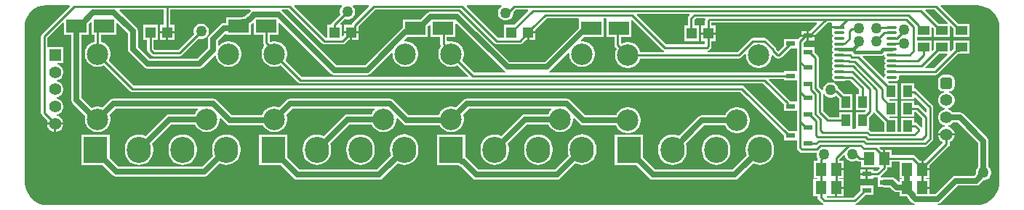
<source format=gbr>
G04*
G04 #@! TF.GenerationSoftware,Altium Limited,Altium Designer,23.0.1 (38)*
G04*
G04 Layer_Physical_Order=1*
G04 Layer_Color=255*
%FSLAX25Y25*%
%MOIN*%
G70*
G04*
G04 #@! TF.SameCoordinates,3E06254A-0F58-42D6-91FB-0DF0C2053515*
G04*
G04*
G04 #@! TF.FilePolarity,Positive*
G04*
G01*
G75*
%ADD10C,0.01000*%
%ADD17R,0.04724X0.05118*%
%ADD18R,0.04134X0.05315*%
%ADD19R,0.04724X0.01417*%
%ADD20O,0.04724X0.01417*%
%ADD21R,0.09252X0.06102*%
%ADD22R,0.05315X0.04134*%
%ADD23R,0.03937X0.02362*%
%ADD24R,0.04724X0.05906*%
%ADD40C,0.02500*%
%ADD41C,0.01500*%
%ADD42R,0.11000X0.12000*%
%ADD43O,0.11000X0.12000*%
%ADD44C,0.09843*%
%ADD45C,0.05512*%
G04:AMPARAMS|DCode=46|XSize=55.12mil|YSize=55.12mil|CornerRadius=13.78mil|HoleSize=0mil|Usage=FLASHONLY|Rotation=270.000|XOffset=0mil|YOffset=0mil|HoleType=Round|Shape=RoundedRectangle|*
%AMROUNDEDRECTD46*
21,1,0.05512,0.02756,0,0,270.0*
21,1,0.02756,0.05512,0,0,270.0*
1,1,0.02756,-0.01378,-0.01378*
1,1,0.02756,-0.01378,0.01378*
1,1,0.02756,0.01378,0.01378*
1,1,0.02756,0.01378,-0.01378*
%
%ADD46ROUNDEDRECTD46*%
%ADD47R,0.05512X0.05512*%
%ADD48C,0.05000*%
G36*
X490346Y507009D02*
X482778Y499441D01*
X482447Y498945D01*
X482370Y498559D01*
X478815D01*
Y495500D01*
X482177D01*
X485539D01*
Y497877D01*
X493133Y505471D01*
X532367D01*
X547978Y489859D01*
X548474Y489528D01*
X549059Y489411D01*
X559476D01*
X560062Y489528D01*
X560558Y489859D01*
X562139Y491441D01*
X562839D01*
Y495000D01*
X563339D01*
Y495500D01*
X566701D01*
Y496199D01*
X571972Y501471D01*
X586380D01*
X586575Y501051D01*
Y496914D01*
X586435Y496821D01*
X570987Y481373D01*
X554717D01*
X532166Y503923D01*
X531422Y504421D01*
X530544Y504595D01*
X518741D01*
X517863Y504421D01*
X517119Y503923D01*
X514649Y501453D01*
X514153Y501122D01*
X514082Y501051D01*
X506075D01*
Y497249D01*
X505435Y496821D01*
X488487Y479873D01*
X475530D01*
X450479Y504923D01*
X450409Y504971D01*
X450560Y505471D01*
X453367D01*
X468978Y489859D01*
X469474Y489528D01*
X470059Y489411D01*
X478315D01*
X478900Y489528D01*
X479396Y489859D01*
X480978Y491441D01*
X481677D01*
Y494500D01*
X478815D01*
Y493604D01*
X478324Y493113D01*
X477862Y493304D01*
Y498559D01*
X477375D01*
X477184Y499021D01*
X479348Y501185D01*
X480039Y501000D01*
X480961D01*
X481851Y501238D01*
X482649Y501699D01*
X483301Y502351D01*
X483762Y503149D01*
X484000Y504039D01*
Y504961D01*
X483762Y505851D01*
X483301Y506649D01*
X482979Y506971D01*
X483186Y507471D01*
X490154D01*
X490346Y507009D01*
D02*
G37*
G36*
X755718Y499368D02*
X755526Y498906D01*
X751505D01*
X745402Y505009D01*
X745594Y505471D01*
X749614D01*
X755718Y499368D01*
D02*
G37*
G36*
X436190Y504971D02*
X436119Y504923D01*
X434801Y503605D01*
X434680Y503425D01*
X433351Y502095D01*
X432502D01*
X432280Y502051D01*
X425075D01*
Y499282D01*
X423789D01*
X422911Y499108D01*
X422167Y498610D01*
X417207Y493650D01*
X416709Y492906D01*
X416535Y492028D01*
Y487779D01*
X411628Y482873D01*
X389872D01*
X384429Y488316D01*
Y495524D01*
X384254Y496402D01*
X383757Y497146D01*
X375894Y505009D01*
X376085Y505471D01*
X396309D01*
Y498559D01*
X394476D01*
Y495500D01*
X397839D01*
Y495000D01*
D01*
Y495500D01*
X401201D01*
Y498559D01*
X399368D01*
Y505471D01*
X436038D01*
X436190Y504971D01*
D02*
G37*
G36*
X771011Y507302D02*
X772946Y506715D01*
X774728Y505762D01*
X776291Y504480D01*
X777573Y502917D01*
X778526Y501135D01*
X779113Y499200D01*
X779299Y497305D01*
X779269Y497153D01*
X779359Y426386D01*
X779368Y426340D01*
X779238Y424687D01*
X778840Y423029D01*
X778187Y421453D01*
X777295Y419998D01*
X776187Y418701D01*
X774890Y417593D01*
X773436Y416701D01*
X771860Y416049D01*
X770201Y415650D01*
X768546Y415520D01*
X768500Y415529D01*
X751012D01*
X750963Y416029D01*
X751709Y416178D01*
X752453Y416675D01*
X760196Y424418D01*
X768536D01*
X769413Y424593D01*
X770158Y425090D01*
X772067Y427000D01*
X772461D01*
X773351Y427239D01*
X774149Y427699D01*
X774801Y428351D01*
X775261Y429149D01*
X775500Y430039D01*
Y430961D01*
X775261Y431851D01*
X774801Y432649D01*
X774294Y433156D01*
Y445000D01*
X774119Y445878D01*
X773622Y446622D01*
X762748Y457496D01*
X762004Y457994D01*
X761126Y458168D01*
X758012D01*
X758006Y458180D01*
X757306Y458880D01*
X756450Y459374D01*
X755785Y459552D01*
Y460070D01*
X756450Y460248D01*
X757306Y460743D01*
X758006Y461442D01*
X758500Y462298D01*
X758756Y463254D01*
Y464243D01*
X758500Y465198D01*
X758006Y466054D01*
X757306Y466753D01*
X756450Y467248D01*
X756182Y467320D01*
X756248Y467820D01*
X756378D01*
X757306Y468004D01*
X758092Y468530D01*
X758618Y469316D01*
X758803Y470244D01*
Y473000D01*
X758618Y473928D01*
X758092Y474714D01*
X757306Y475240D01*
X756378Y475424D01*
X753622D01*
X752694Y475240D01*
X751908Y474714D01*
X751382Y473928D01*
X751197Y473000D01*
Y470244D01*
X751382Y469316D01*
X751908Y468530D01*
X752694Y468004D01*
X753622Y467820D01*
X753752D01*
X753818Y467320D01*
X753550Y467248D01*
X752694Y466753D01*
X751995Y466054D01*
X751500Y465198D01*
X751244Y464243D01*
Y463254D01*
X751500Y462298D01*
X751995Y461442D01*
X752694Y460743D01*
X753550Y460248D01*
X754215Y460070D01*
Y459552D01*
X753550Y459374D01*
X752694Y458880D01*
X751995Y458180D01*
X751500Y457324D01*
X751244Y456368D01*
Y455380D01*
X751500Y454424D01*
X751995Y453568D01*
X752694Y452869D01*
X753550Y452374D01*
X754215Y452196D01*
Y451678D01*
X753550Y451500D01*
X752694Y451006D01*
X751995Y450306D01*
X751500Y449450D01*
X751246Y448500D01*
X755000D01*
X758754D01*
X758500Y449450D01*
X758006Y450306D01*
X757306Y451006D01*
X756450Y451500D01*
X755785Y451678D01*
Y452196D01*
X756450Y452374D01*
X757306Y452869D01*
X758006Y453568D01*
X758012Y453580D01*
X760176D01*
X769706Y444050D01*
Y433156D01*
X769199Y432649D01*
X768739Y431851D01*
X768500Y430961D01*
Y430039D01*
X768525Y429946D01*
X767585Y429006D01*
X759246D01*
X758368Y428832D01*
X757624Y428335D01*
X749881Y420591D01*
X747405D01*
Y423000D01*
X744043D01*
Y424000D01*
X747405D01*
Y427453D01*
X745529D01*
Y428047D01*
X747362D01*
Y431500D01*
X744000D01*
Y432000D01*
X743500D01*
Y435953D01*
X742801D01*
X740672Y438081D01*
X740176Y438413D01*
X739591Y438529D01*
X729862D01*
Y440953D01*
X727000D01*
Y437000D01*
X726000D01*
Y440953D01*
X725301D01*
X724402Y441851D01*
X724594Y442313D01*
X745323D01*
X745908Y442430D01*
X746404Y442761D01*
X748581Y444938D01*
X748913Y445434D01*
X749029Y446020D01*
Y460500D01*
X748913Y461085D01*
X748582Y461581D01*
X741401Y468762D01*
X740905Y469093D01*
X740406Y469193D01*
Y471658D01*
X734272D01*
Y464342D01*
X740406D01*
Y464778D01*
X740868Y464970D01*
X745971Y459867D01*
Y458346D01*
X745509Y458154D01*
X742581Y461081D01*
X742085Y461413D01*
X741500Y461529D01*
X740406D01*
Y463658D01*
X734272D01*
Y456343D01*
X740406D01*
Y458376D01*
X740906Y458432D01*
X743971Y455367D01*
Y451360D01*
X743889Y451304D01*
X743210Y451432D01*
X743167Y451496D01*
X741581Y453081D01*
X741085Y453413D01*
X740500Y453529D01*
X740406D01*
Y455657D01*
X734272D01*
Y449372D01*
X732728D01*
Y455657D01*
X728965D01*
X728824Y455842D01*
X729073Y456343D01*
X732728D01*
Y463658D01*
X728965D01*
X728824Y463842D01*
X729073Y464342D01*
X732728D01*
Y471658D01*
X728757D01*
X728326Y472089D01*
X728541Y472581D01*
X731653D01*
X732320Y472713D01*
X732885Y473091D01*
X733263Y473656D01*
X733396Y474323D01*
X733290Y474852D01*
X733576Y475352D01*
X749882D01*
X750467Y475469D01*
X750963Y475800D01*
X760228Y485065D01*
X760433D01*
X760581Y485094D01*
X765658D01*
Y491228D01*
X758343D01*
Y487505D01*
X757119Y486282D01*
X756658Y486474D01*
Y491228D01*
X749342D01*
Y487257D01*
X748619Y486534D01*
X748158Y486726D01*
Y491228D01*
X741529D01*
Y492772D01*
X748158D01*
Y497274D01*
X748619Y497466D01*
X749342Y496743D01*
Y492772D01*
X756658D01*
Y497774D01*
X757119Y497966D01*
X758343Y496743D01*
Y492772D01*
X765658D01*
Y498906D01*
X760505D01*
X752402Y507009D01*
X752594Y507471D01*
X769000D01*
X769098Y507490D01*
X771011Y507302D01*
D02*
G37*
G36*
X478021Y506971D02*
X477699Y506649D01*
X477239Y505851D01*
X477000Y504961D01*
Y504039D01*
X477185Y503348D01*
X473419Y499581D01*
X473087Y499085D01*
X472982Y498559D01*
X471138D01*
Y492602D01*
X470638Y492525D01*
X456154Y507009D01*
X456346Y507471D01*
X477814D01*
X478021Y506971D01*
D02*
G37*
G36*
X551145D02*
X550851Y506801D01*
X550199Y506149D01*
X549739Y505351D01*
X549500Y504461D01*
Y503539D01*
X549739Y502649D01*
X550199Y501851D01*
X550851Y501199D01*
X551649Y500738D01*
X552539Y500500D01*
X553461D01*
X554351Y500738D01*
X555149Y501199D01*
X555801Y501851D01*
X556261Y502649D01*
X556500Y503539D01*
Y504337D01*
X557633Y505471D01*
X563119D01*
X563310Y505009D01*
X556861Y498559D01*
X552299D01*
Y492470D01*
X549693D01*
X535154Y507009D01*
X535346Y507471D01*
X551011D01*
X551145Y506971D01*
D02*
G37*
G36*
X624919Y486919D02*
X625415Y486587D01*
X625704Y486529D01*
X625655Y486029D01*
X614733D01*
X614694Y486227D01*
X614247Y487305D01*
X613599Y488275D01*
X612775Y489099D01*
X611805Y489747D01*
X610727Y490194D01*
X609583Y490421D01*
X608417D01*
X607273Y490194D01*
X606313Y489796D01*
X605974Y489963D01*
X605829Y490104D01*
Y492949D01*
X610425D01*
Y500705D01*
X610925Y500912D01*
X624919Y486919D01*
D02*
G37*
G36*
X599173Y501051D02*
Y492949D01*
X602770D01*
Y489201D01*
X602886Y488616D01*
X603218Y488119D01*
X603865Y487472D01*
X603753Y487305D01*
X603306Y486227D01*
X603079Y485083D01*
Y483917D01*
X603306Y482773D01*
X603753Y481695D01*
X604401Y480725D01*
X605225Y479901D01*
X606195Y479253D01*
X607273Y478806D01*
X608417Y478579D01*
X609583D01*
X610727Y478806D01*
X611805Y479253D01*
X612775Y479901D01*
X613599Y480725D01*
X614247Y481695D01*
X614694Y482773D01*
X614733Y482971D01*
X659919D01*
X660504Y483087D01*
X661000Y483419D01*
X662579Y484997D01*
X663079Y484790D01*
Y483917D01*
X663306Y482773D01*
X663753Y481695D01*
X664401Y480725D01*
X665225Y479901D01*
X666195Y479253D01*
X667273Y478806D01*
X668417Y478579D01*
X669583D01*
X670727Y478806D01*
X671805Y479253D01*
X672775Y479901D01*
X673599Y480725D01*
X674247Y481695D01*
X674694Y482773D01*
X674921Y483917D01*
Y484320D01*
X675383Y484511D01*
X676476Y483419D01*
X676972Y483087D01*
X677557Y482971D01*
X678386D01*
X678971Y483087D01*
X679467Y483419D01*
X683608Y487559D01*
X686502D01*
Y481612D01*
X686439Y481295D01*
Y477181D01*
X680594D01*
Y476529D01*
X573022D01*
X572920Y477029D01*
X573559Y477457D01*
X581579Y485476D01*
X582079Y485269D01*
Y484417D01*
X582306Y483273D01*
X582753Y482195D01*
X583401Y481225D01*
X584225Y480401D01*
X585195Y479753D01*
X586273Y479306D01*
X587417Y479079D01*
X588583D01*
X589727Y479306D01*
X590805Y479753D01*
X591775Y480401D01*
X592599Y481225D01*
X593247Y482195D01*
X593694Y483273D01*
X593921Y484417D01*
Y485583D01*
X593694Y486727D01*
X593247Y487805D01*
X592599Y488775D01*
X591775Y489599D01*
X590805Y490247D01*
X589727Y490694D01*
X588583Y490921D01*
X587731D01*
X587524Y491421D01*
X589007Y492905D01*
X590400D01*
X590621Y492949D01*
X597827D01*
Y501051D01*
X598021Y501471D01*
X598979D01*
X599173Y501051D01*
D02*
G37*
G36*
X755470Y484632D02*
X749248Y478411D01*
X745475D01*
X745284Y478873D01*
X751505Y485094D01*
X755278D01*
X755470Y484632D01*
D02*
G37*
G36*
X552144Y477457D02*
X552784Y477029D01*
X552682Y476529D01*
X538633D01*
X533135Y482028D01*
X533247Y482195D01*
X533694Y483273D01*
X533921Y484417D01*
Y485583D01*
X533694Y486727D01*
X533247Y487805D01*
X532599Y488775D01*
X531775Y489599D01*
X530805Y490247D01*
X529727Y490694D01*
X528583Y490921D01*
X527417D01*
X526529Y490745D01*
X526029Y491087D01*
Y492949D01*
X529925D01*
Y499022D01*
X530387Y499214D01*
X552144Y477457D01*
D02*
G37*
G36*
X472957Y475957D02*
X473702Y475459D01*
X474580Y475285D01*
X489437D01*
X490315Y475459D01*
X491059Y475957D01*
X500579Y485476D01*
X501079Y485269D01*
Y484417D01*
X501306Y483273D01*
X501753Y482195D01*
X502401Y481225D01*
X503225Y480401D01*
X504195Y479753D01*
X505273Y479306D01*
X506417Y479079D01*
X507583D01*
X508727Y479306D01*
X509805Y479753D01*
X510775Y480401D01*
X511599Y481225D01*
X512247Y482195D01*
X512694Y483273D01*
X512921Y484417D01*
Y485583D01*
X512694Y486727D01*
X512247Y487805D01*
X511599Y488775D01*
X510775Y489599D01*
X509805Y490247D01*
X508727Y490694D01*
X507583Y490921D01*
X506731D01*
X506524Y491421D01*
X508007Y492905D01*
X509900D01*
X510121Y492949D01*
X517327D01*
Y497720D01*
X517562Y497878D01*
X518211Y498527D01*
X518673Y498336D01*
Y492949D01*
X522971D01*
Y489581D01*
X523087Y488996D01*
X523318Y488651D01*
X522753Y487805D01*
X522306Y486727D01*
X522079Y485583D01*
Y484417D01*
X522306Y483273D01*
X522753Y482195D01*
X523401Y481225D01*
X524225Y480401D01*
X525195Y479753D01*
X526273Y479306D01*
X527417Y479079D01*
X528583D01*
X529727Y479306D01*
X530805Y479753D01*
X530972Y479865D01*
X535846Y474991D01*
X535654Y474529D01*
X459633D01*
X452135Y482028D01*
X452247Y482195D01*
X452694Y483273D01*
X452921Y484417D01*
Y485583D01*
X452694Y486727D01*
X452247Y487805D01*
X451599Y488775D01*
X450775Y489599D01*
X449805Y490247D01*
X448727Y490694D01*
X447583Y490921D01*
X446417D01*
X445273Y490694D01*
X445185Y490657D01*
X444829Y491014D01*
Y493949D01*
X448925D01*
Y499336D01*
X449387Y499527D01*
X472957Y475957D01*
D02*
G37*
G36*
X726448Y484618D02*
X726613Y484515D01*
X726737Y483892D01*
X726881Y483677D01*
X727090Y483280D01*
X726881Y482882D01*
X726737Y482667D01*
X726604Y482000D01*
X726737Y481333D01*
X726881Y481118D01*
X727090Y480721D01*
X726881Y480323D01*
X726737Y480108D01*
X726604Y479441D01*
X726737Y478774D01*
X727115Y478209D01*
Y478114D01*
X726737Y477549D01*
X726604Y476882D01*
X726737Y476215D01*
X726881Y476000D01*
X727090Y475602D01*
X726881Y475205D01*
X726737Y474990D01*
X726637Y474485D01*
X726144Y474271D01*
X716661Y483754D01*
X716852Y484216D01*
X724868D01*
X725551Y484351D01*
X726130Y484738D01*
X726130Y484739D01*
X726448Y484618D01*
D02*
G37*
G36*
X680594Y472819D02*
X686439D01*
Y467421D01*
Y463181D01*
X683422D01*
X683176Y463550D01*
X673717Y473009D01*
X673909Y473471D01*
X680594D01*
Y472819D01*
D02*
G37*
G36*
X637310Y503009D02*
X636919Y502617D01*
X636587Y502121D01*
X636471Y501535D01*
Y498059D01*
X634799D01*
Y490941D01*
X641524D01*
Y498059D01*
X639529D01*
Y500902D01*
X640098Y501471D01*
X644165D01*
X644421Y501058D01*
X644420Y500971D01*
X644309Y500414D01*
Y498059D01*
X642476D01*
Y495000D01*
X645839D01*
X649201D01*
Y498059D01*
X647368D01*
Y499471D01*
X695461D01*
X695653Y499009D01*
X692306Y495661D01*
X692000D01*
Y493980D01*
X694950D01*
X700441Y499471D01*
X702399D01*
X702622Y499063D01*
Y497854D01*
X705984D01*
Y496854D01*
X702622D01*
Y495646D01*
X702622Y495646D01*
X702622D01*
X702658Y495146D01*
X702589Y494795D01*
X702721Y494129D01*
X703099Y493564D01*
Y493468D01*
X702721Y492903D01*
X702589Y492236D01*
X702721Y491570D01*
X702865Y491354D01*
X703074Y490957D01*
X702865Y490559D01*
X702721Y490344D01*
X702589Y489677D01*
X702721Y489010D01*
X702865Y488795D01*
X703074Y488398D01*
X702865Y488000D01*
X702721Y487785D01*
X702589Y487118D01*
X702721Y486451D01*
X703099Y485886D01*
Y485791D01*
X702721Y485226D01*
X702589Y484559D01*
X702721Y483892D01*
X702865Y483677D01*
X703074Y483280D01*
X702865Y482882D01*
X702721Y482667D01*
X702589Y482000D01*
X702721Y481333D01*
X702865Y481118D01*
X703074Y480721D01*
X702865Y480323D01*
X702721Y480108D01*
X702589Y479441D01*
X702721Y478774D01*
X703099Y478209D01*
Y478114D01*
X702721Y477549D01*
X702589Y476882D01*
X702721Y476215D01*
X702865Y476000D01*
X703074Y475602D01*
X702865Y475205D01*
X702721Y474990D01*
X702589Y474323D01*
X702721Y473656D01*
X703099Y473091D01*
X703664Y472713D01*
X704331Y472581D01*
X707638D01*
X708305Y472713D01*
X708425Y472793D01*
X711044D01*
X714971Y468866D01*
Y466657D01*
X713433D01*
Y459342D01*
X717882D01*
X718089Y458843D01*
X717404Y458157D01*
X713433D01*
Y450843D01*
X713063Y450529D01*
X712260D01*
X711890Y450843D01*
Y458157D01*
X705756D01*
Y456029D01*
X701274D01*
X698435Y458869D01*
Y466675D01*
X698935Y466809D01*
X699199Y466351D01*
X699851Y465699D01*
X700649Y465239D01*
X701539Y465000D01*
X702461D01*
X703351Y465239D01*
X704149Y465699D01*
X704350Y465900D01*
X705756Y464495D01*
Y459342D01*
X711890D01*
Y466657D01*
X707919D01*
X705760Y468816D01*
X705490Y468996D01*
X705262Y469851D01*
X704801Y470649D01*
X704149Y471301D01*
X703351Y471762D01*
X702461Y472000D01*
X701539D01*
X700649Y471762D01*
X699851Y471301D01*
X699199Y470649D01*
X698738Y469851D01*
X698500Y468961D01*
Y468585D01*
X698000Y468433D01*
X697987Y468453D01*
X696435Y470005D01*
Y483382D01*
X696318Y483967D01*
X695987Y484463D01*
X694468Y485982D01*
Y488181D01*
X689561D01*
Y490166D01*
X690694Y491299D01*
X691000D01*
Y492980D01*
X688050D01*
X687064Y491995D01*
X686594Y491921D01*
X686594Y491921D01*
X686594Y491921D01*
X680657D01*
Y488935D01*
X677972Y486249D01*
X676923Y487297D01*
X676834Y487745D01*
X676503Y488241D01*
X672741Y492003D01*
X672245Y492334D01*
X671660Y492451D01*
X666340D01*
X665755Y492334D01*
X665259Y492003D01*
X659285Y486029D01*
X645598D01*
X645548Y486529D01*
X645838Y486587D01*
X646334Y486919D01*
X646920Y487504D01*
X647252Y488000D01*
X647368Y488586D01*
Y490941D01*
X649201D01*
Y494000D01*
X645839D01*
X642476D01*
Y490941D01*
X644309D01*
Y489529D01*
X626634D01*
X613154Y503009D01*
X613346Y503471D01*
X637119D01*
X637310Y503009D01*
D02*
G37*
G36*
X379841Y494573D02*
Y487365D01*
X380015Y486487D01*
X380512Y485743D01*
X387299Y478957D01*
X388043Y478459D01*
X388921Y478285D01*
X412579D01*
X413457Y478459D01*
X414201Y478957D01*
X419594Y484350D01*
X420127Y484175D01*
X420306Y483273D01*
X420753Y482195D01*
X421401Y481225D01*
X422225Y480401D01*
X423195Y479753D01*
X424273Y479306D01*
X425417Y479079D01*
X426583D01*
X427727Y479306D01*
X428805Y479753D01*
X429775Y480401D01*
X430599Y481225D01*
X431247Y482195D01*
X431694Y483273D01*
X431921Y484417D01*
Y485583D01*
X431694Y486727D01*
X431247Y487805D01*
X430599Y488775D01*
X429775Y489599D01*
X428805Y490247D01*
X427727Y490694D01*
X426583Y490921D01*
X425417D01*
X424273Y490694D01*
X423195Y490247D01*
X422225Y489599D01*
X421623Y488997D01*
X421123Y489204D01*
Y491077D01*
X424575Y494529D01*
X425075Y494322D01*
Y493949D01*
X436327D01*
Y498583D01*
X437211Y499467D01*
X437673Y499276D01*
Y493949D01*
X441770D01*
Y490380D01*
X441886Y489795D01*
X442218Y489299D01*
X442571Y488945D01*
X442401Y488775D01*
X441753Y487805D01*
X441306Y486727D01*
X441079Y485583D01*
Y484417D01*
X441306Y483273D01*
X441753Y482195D01*
X442401Y481225D01*
X443225Y480401D01*
X444195Y479753D01*
X445273Y479306D01*
X446417Y479079D01*
X447583D01*
X448727Y479306D01*
X449805Y479753D01*
X449972Y479865D01*
X457919Y471919D01*
X458415Y471587D01*
X459000Y471471D01*
X670929D01*
X680565Y461835D01*
Y461681D01*
X680594Y461533D01*
Y458819D01*
X686439D01*
Y453921D01*
Y449681D01*
X682757D01*
X662357Y470081D01*
X661861Y470413D01*
X661276Y470529D01*
X382633D01*
X371135Y482028D01*
X371247Y482195D01*
X371694Y483273D01*
X371921Y484417D01*
Y485583D01*
X371694Y486727D01*
X371247Y487805D01*
X370599Y488775D01*
X369775Y489599D01*
X368805Y490247D01*
X367727Y490694D01*
X367529Y490733D01*
Y493949D01*
X374425D01*
Y499336D01*
X374887Y499527D01*
X379841Y494573D01*
D02*
G37*
G36*
X726594Y453495D02*
Y449372D01*
X720426D01*
X719717Y450081D01*
X719326Y450343D01*
X719429Y450843D01*
X719567D01*
Y455995D01*
X721148Y457576D01*
X721431Y458000D01*
X721661Y458080D01*
X721994Y458095D01*
X726594Y453495D01*
D02*
G37*
G36*
X708553Y438340D02*
X708739Y437649D01*
X709199Y436851D01*
X709851Y436199D01*
X710649Y435739D01*
X711539Y435500D01*
X712461D01*
X713351Y435739D01*
X713877Y436042D01*
X714001Y435919D01*
X714497Y435587D01*
X715082Y435471D01*
X716051D01*
Y433047D01*
X722775D01*
X722775Y433047D01*
X723138D01*
Y433047D01*
X723275Y433047D01*
X724231D01*
X724422Y432585D01*
X723107Y431270D01*
X721531D01*
Y431921D01*
X719063D01*
Y429740D01*
Y427559D01*
X721531D01*
Y428211D01*
X722981D01*
X723468Y428181D01*
X723468Y427794D01*
Y423819D01*
X725869D01*
X726437Y423706D01*
X729050D01*
X730687Y422069D01*
X731431Y421572D01*
X732309Y421397D01*
X733595D01*
Y419547D01*
X736972D01*
X737195Y419325D01*
X737312Y418737D01*
X737809Y417993D01*
X739127Y416675D01*
X739871Y416178D01*
X740617Y416029D01*
X740568Y415529D01*
X713361D01*
X713311Y416029D01*
X713601Y416087D01*
X714097Y416419D01*
X717757Y420079D01*
X721531D01*
Y424441D01*
X715594D01*
Y422242D01*
X712382Y419029D01*
X700096D01*
X700084Y419047D01*
X700351Y419547D01*
X700775D01*
Y419547D01*
X701138D01*
Y419547D01*
X704000D01*
Y423500D01*
X704500D01*
Y424000D01*
X707862D01*
Y427453D01*
X706073D01*
Y428047D01*
X707906D01*
Y431500D01*
X704543D01*
Y432500D01*
X707906D01*
Y435953D01*
X706073D01*
Y436567D01*
X708032Y438526D01*
X708553Y438340D01*
D02*
G37*
G36*
X733551Y428047D02*
X734609D01*
Y427453D01*
X733595D01*
Y426357D01*
X733095Y426150D01*
X731622Y427622D01*
X730878Y428119D01*
X730000Y428294D01*
X726437D01*
X725869Y428181D01*
X725007D01*
X724850Y428585D01*
X724844Y428681D01*
X727581Y431419D01*
X727913Y431915D01*
X728029Y432500D01*
Y433047D01*
X729862D01*
Y435471D01*
X733551D01*
Y428047D01*
D02*
G37*
G36*
X342500Y507471D02*
X353057D01*
X353248Y507009D01*
X340419Y494179D01*
X340087Y493683D01*
X339971Y493098D01*
Y458004D01*
X340087Y457419D01*
X340419Y456923D01*
X342976Y454365D01*
X342746Y453504D01*
X346500D01*
X350254D01*
X350000Y454454D01*
X349505Y455310D01*
X348806Y456009D01*
X347950Y456504D01*
X347285Y456682D01*
Y457200D01*
X347950Y457378D01*
X348806Y457872D01*
X349505Y458572D01*
X350000Y459428D01*
X350256Y460384D01*
Y461373D01*
X350000Y462328D01*
X349505Y463184D01*
X348806Y463883D01*
X347950Y464378D01*
X347285Y464556D01*
Y465074D01*
X347950Y465252D01*
X348806Y465746D01*
X349505Y466446D01*
X350000Y467302D01*
X350256Y468258D01*
Y469246D01*
X350000Y470202D01*
X349505Y471058D01*
X348806Y471758D01*
X347950Y472252D01*
X347285Y472430D01*
Y472948D01*
X347950Y473126D01*
X348806Y473621D01*
X349505Y474320D01*
X350000Y475176D01*
X350256Y476131D01*
Y477120D01*
X350000Y478076D01*
X349505Y478932D01*
X348806Y479632D01*
X347950Y480126D01*
X347509Y480244D01*
X347575Y480744D01*
X350256D01*
Y488256D01*
X343029D01*
Y492464D01*
X350113Y499548D01*
X350575Y499356D01*
Y493949D01*
X353907D01*
Y463926D01*
X354081Y463048D01*
X354579Y462303D01*
X360281Y456601D01*
X360079Y455583D01*
Y454417D01*
X360306Y453273D01*
X360753Y452195D01*
X361401Y451225D01*
X362225Y450401D01*
X363195Y449753D01*
X364273Y449306D01*
X365417Y449079D01*
X366583D01*
X367727Y449306D01*
X368805Y449753D01*
X369775Y450401D01*
X370599Y451225D01*
X371247Y452195D01*
X371694Y453273D01*
X371921Y454417D01*
Y455583D01*
X371694Y456727D01*
X371482Y457238D01*
X374121Y459877D01*
X411796D01*
X412003Y459377D01*
X411401Y458775D01*
X410753Y457805D01*
X410541Y457294D01*
X399000D01*
X398122Y457119D01*
X397378Y456622D01*
X387975Y447220D01*
X387460Y447495D01*
X386235Y447867D01*
X384961Y447992D01*
X383686Y447867D01*
X382461Y447495D01*
X381332Y446891D01*
X380342Y446079D01*
X379530Y445089D01*
X378926Y443960D01*
X378555Y442735D01*
X378429Y441461D01*
Y440461D01*
X378555Y439186D01*
X378926Y437961D01*
X379530Y436832D01*
X380342Y435842D01*
X381332Y435030D01*
X382461Y434426D01*
X383686Y434055D01*
X384961Y433929D01*
X386235Y434055D01*
X387460Y434426D01*
X388589Y435030D01*
X389579Y435842D01*
X390391Y436832D01*
X390995Y437961D01*
X391367Y439186D01*
X391492Y440461D01*
Y441461D01*
X391367Y442735D01*
X391044Y443799D01*
X399950Y452706D01*
X410541D01*
X410753Y452195D01*
X411401Y451225D01*
X412225Y450401D01*
X413195Y449753D01*
X414273Y449306D01*
X415417Y449079D01*
X416583D01*
X417727Y449306D01*
X418805Y449753D01*
X419775Y450401D01*
X420599Y451225D01*
X421247Y452195D01*
X421694Y453273D01*
X421921Y454417D01*
Y455269D01*
X422421Y455476D01*
X425020Y452878D01*
X425764Y452381D01*
X426642Y452206D01*
X441748D01*
X441753Y452195D01*
X442401Y451225D01*
X443225Y450401D01*
X444195Y449753D01*
X445273Y449306D01*
X446417Y449079D01*
X447583D01*
X448727Y449306D01*
X449805Y449753D01*
X450775Y450401D01*
X451599Y451225D01*
X452247Y452195D01*
X452694Y453273D01*
X452921Y454417D01*
Y455583D01*
X452694Y456727D01*
X452482Y457238D01*
X455122Y459877D01*
X492796D01*
X493003Y459377D01*
X492401Y458775D01*
X491753Y457805D01*
X491541Y457294D01*
X480500D01*
X479622Y457119D01*
X478878Y456622D01*
X469508Y447253D01*
X468993Y447528D01*
X467768Y447900D01*
X466494Y448025D01*
X465220Y447900D01*
X463994Y447528D01*
X462865Y446924D01*
X461875Y446112D01*
X461063Y445122D01*
X460460Y443993D01*
X460088Y442768D01*
X459962Y441494D01*
Y440494D01*
X460088Y439220D01*
X460460Y437994D01*
X461063Y436865D01*
X461875Y435875D01*
X462865Y435063D01*
X463994Y434459D01*
X465220Y434088D01*
X466494Y433962D01*
X467768Y434088D01*
X468993Y434459D01*
X470122Y435063D01*
X471112Y435875D01*
X471924Y436865D01*
X472528Y437994D01*
X472900Y439220D01*
X473025Y440494D01*
Y441494D01*
X472900Y442768D01*
X472577Y443832D01*
X481450Y452706D01*
X491541D01*
X491753Y452195D01*
X492401Y451225D01*
X493225Y450401D01*
X494195Y449753D01*
X495273Y449306D01*
X496417Y449079D01*
X497583D01*
X498727Y449306D01*
X499805Y449753D01*
X500775Y450401D01*
X501599Y451225D01*
X502247Y452195D01*
X502694Y453273D01*
X502921Y454417D01*
Y455269D01*
X503421Y455476D01*
X506019Y452878D01*
X506764Y452381D01*
X507642Y452206D01*
X522748D01*
X522753Y452195D01*
X523401Y451225D01*
X524225Y450401D01*
X525195Y449753D01*
X526273Y449306D01*
X527417Y449079D01*
X528583D01*
X529727Y449306D01*
X530805Y449753D01*
X531775Y450401D01*
X532599Y451225D01*
X533247Y452195D01*
X533694Y453273D01*
X533921Y454417D01*
Y455583D01*
X533694Y456727D01*
X533482Y457238D01*
X536122Y459877D01*
X573796D01*
X574003Y459377D01*
X573401Y458775D01*
X572753Y457805D01*
X572541Y457294D01*
X562000D01*
X561122Y457119D01*
X560378Y456622D01*
X551008Y447253D01*
X550493Y447528D01*
X549268Y447900D01*
X547994Y448025D01*
X546720Y447900D01*
X545494Y447528D01*
X544365Y446924D01*
X543375Y446112D01*
X542563Y445122D01*
X541959Y443993D01*
X541588Y442768D01*
X541462Y441494D01*
Y440494D01*
X541588Y439220D01*
X541959Y437994D01*
X542563Y436865D01*
X543375Y435875D01*
X544365Y435063D01*
X545494Y434459D01*
X546720Y434088D01*
X547994Y433962D01*
X549268Y434088D01*
X550493Y434459D01*
X551622Y435063D01*
X552612Y435875D01*
X553425Y436865D01*
X554028Y437994D01*
X554400Y439220D01*
X554525Y440494D01*
Y441494D01*
X554400Y442768D01*
X554077Y443832D01*
X562950Y452706D01*
X572541D01*
X572753Y452195D01*
X573401Y451225D01*
X574225Y450401D01*
X575195Y449753D01*
X576273Y449306D01*
X577417Y449079D01*
X578583D01*
X579727Y449306D01*
X580805Y449753D01*
X581775Y450401D01*
X582599Y451225D01*
X583247Y452195D01*
X583694Y453273D01*
X583921Y454417D01*
Y455269D01*
X584421Y455476D01*
X587019Y452878D01*
X587764Y452381D01*
X588642Y452206D01*
X603541D01*
X603753Y451695D01*
X604401Y450725D01*
X605225Y449901D01*
X606195Y449253D01*
X607273Y448806D01*
X608417Y448579D01*
X609583D01*
X610727Y448806D01*
X611805Y449253D01*
X612775Y449901D01*
X613599Y450725D01*
X614247Y451695D01*
X614694Y452773D01*
X614921Y453917D01*
Y455083D01*
X614694Y456227D01*
X614247Y457305D01*
X613599Y458275D01*
X612775Y459099D01*
X611805Y459747D01*
X610727Y460194D01*
X609583Y460421D01*
X608417D01*
X607273Y460194D01*
X606195Y459747D01*
X605225Y459099D01*
X604401Y458275D01*
X603753Y457305D01*
X603541Y456794D01*
X589592D01*
X582593Y463793D01*
X581848Y464291D01*
X580970Y464465D01*
X535171D01*
X534293Y464291D01*
X533549Y463793D01*
X530238Y460482D01*
X529727Y460694D01*
X528583Y460921D01*
X527417D01*
X526273Y460694D01*
X525195Y460247D01*
X524225Y459599D01*
X523401Y458775D01*
X522753Y457805D01*
X522334Y456794D01*
X508592D01*
X501593Y463793D01*
X500848Y464291D01*
X499970Y464465D01*
X454171D01*
X453293Y464291D01*
X452549Y463793D01*
X449238Y460482D01*
X448727Y460694D01*
X447583Y460921D01*
X446417D01*
X445273Y460694D01*
X444195Y460247D01*
X443225Y459599D01*
X442401Y458775D01*
X441753Y457805D01*
X441334Y456794D01*
X427592D01*
X420593Y463793D01*
X419848Y464291D01*
X418970Y464465D01*
X373171D01*
X372293Y464291D01*
X371549Y463793D01*
X368238Y460482D01*
X367727Y460694D01*
X366583Y460921D01*
X365417D01*
X364273Y460694D01*
X363195Y460247D01*
X363152Y460219D01*
X358495Y464876D01*
Y493949D01*
X361827D01*
Y498807D01*
X362711Y499691D01*
X363173Y499500D01*
Y493949D01*
X364471D01*
Y490733D01*
X364273Y490694D01*
X363195Y490247D01*
X362225Y489599D01*
X361401Y488775D01*
X360753Y487805D01*
X360306Y486727D01*
X360079Y485583D01*
Y484417D01*
X360306Y483273D01*
X360753Y482195D01*
X361401Y481225D01*
X362225Y480401D01*
X363195Y479753D01*
X364273Y479306D01*
X365417Y479079D01*
X366583D01*
X367727Y479306D01*
X368805Y479753D01*
X368972Y479865D01*
X380919Y467919D01*
X381415Y467587D01*
X382000Y467471D01*
X660642D01*
X680594Y447518D01*
Y445319D01*
X686439D01*
Y441957D01*
X686555Y441372D01*
X686887Y440876D01*
X687766Y439997D01*
X688262Y439666D01*
X688847Y439549D01*
X695022D01*
X695434Y439473D01*
X695500Y439063D01*
Y438539D01*
X695739Y437649D01*
X696069Y437076D01*
X696044Y437038D01*
X695927Y436453D01*
Y435953D01*
X694094D01*
Y428047D01*
X695927D01*
Y427453D01*
X694051D01*
Y419547D01*
X695884D01*
Y419087D01*
X696000Y418502D01*
X696332Y418005D01*
X697919Y416419D01*
X698415Y416087D01*
X698704Y416029D01*
X698655Y415529D01*
X343494D01*
X343000Y415529D01*
X342513Y415548D01*
X340988Y415698D01*
X339054Y416285D01*
X337272Y417238D01*
X335709Y418520D01*
X334427Y420083D01*
X333474Y421865D01*
X332887Y423800D01*
X332738Y425319D01*
X332718Y425811D01*
X332691Y425949D01*
X332690Y426310D01*
X332438Y497414D01*
X332420Y497505D01*
X332604Y499377D01*
X333178Y501270D01*
X334111Y503014D01*
X335366Y504543D01*
X336894Y505798D01*
X338639Y506731D01*
X340532Y507305D01*
X342406Y507489D01*
X342500Y507471D01*
D02*
G37*
%LPC*%
G36*
X566701Y494500D02*
X563839D01*
Y491441D01*
X566701D01*
Y494500D01*
D02*
G37*
G36*
X485539Y494500D02*
X482677D01*
Y491441D01*
X485539D01*
Y494500D01*
D02*
G37*
G36*
X401201Y494500D02*
X398339D01*
Y491441D01*
X401201D01*
Y494500D01*
D02*
G37*
G36*
X397339D02*
X394476D01*
Y491441D01*
X397339D01*
Y494500D01*
D02*
G37*
G36*
X413961Y499000D02*
X413039D01*
X412149Y498762D01*
X411351Y498301D01*
X410699Y497649D01*
X410239Y496851D01*
X410000Y495961D01*
Y495039D01*
X410185Y494348D01*
X402867Y487029D01*
X392133D01*
X391691Y487472D01*
Y491441D01*
X393524D01*
Y498559D01*
X386799D01*
Y491441D01*
X388632D01*
Y486839D01*
X388749Y486253D01*
X389080Y485757D01*
X390419Y484419D01*
X390915Y484087D01*
X391500Y483971D01*
X403500D01*
X404085Y484087D01*
X404581Y484419D01*
X412348Y492185D01*
X413039Y492000D01*
X413961D01*
X414851Y492239D01*
X415649Y492699D01*
X416301Y493351D01*
X416761Y494149D01*
X417000Y495039D01*
Y495961D01*
X416761Y496851D01*
X416301Y497649D01*
X415649Y498301D01*
X414851Y498762D01*
X413961Y499000D01*
D02*
G37*
G36*
X758754Y447500D02*
X755000D01*
X751246D01*
X751500Y446550D01*
X751995Y445694D01*
X752694Y444994D01*
X753291Y444650D01*
X753343Y444097D01*
X745199Y435953D01*
X744500D01*
Y432500D01*
X747362D01*
Y433790D01*
X756081Y442509D01*
X756413Y443005D01*
X756529Y443590D01*
Y444546D01*
X757306Y444994D01*
X758006Y445694D01*
X758500Y446550D01*
X758754Y447500D01*
D02*
G37*
G36*
X691000Y495661D02*
X688531D01*
Y493980D01*
X691000D01*
Y495661D01*
D02*
G37*
G36*
X694468Y492980D02*
X692000D01*
Y491299D01*
X694468D01*
Y492980D01*
D02*
G37*
G36*
X718063Y431921D02*
X715594D01*
Y430240D01*
X718063D01*
Y431921D01*
D02*
G37*
G36*
Y429240D02*
X715594D01*
Y427559D01*
X718063D01*
Y429240D01*
D02*
G37*
G36*
X707862Y423000D02*
X705000D01*
Y419547D01*
X707862D01*
Y423000D01*
D02*
G37*
G36*
X350254Y452504D02*
X347000D01*
Y449250D01*
X347950Y449504D01*
X348806Y449999D01*
X349505Y450698D01*
X350000Y451554D01*
X350254Y452504D01*
D02*
G37*
G36*
X346000D02*
X342746D01*
X343000Y451554D01*
X343495Y450698D01*
X344194Y449999D01*
X345050Y449504D01*
X346000Y449250D01*
Y452504D01*
D02*
G37*
G36*
X659583Y460421D02*
X658417D01*
X657273Y460194D01*
X656195Y459747D01*
X655225Y459099D01*
X654401Y458275D01*
X653753Y457305D01*
X653541Y456794D01*
X643000D01*
X642122Y456619D01*
X641378Y456122D01*
X632495Y447239D01*
X631980Y447515D01*
X630755Y447886D01*
X629480Y448012D01*
X628206Y447886D01*
X626981Y447515D01*
X625852Y446911D01*
X624862Y446099D01*
X624050Y445109D01*
X623446Y443980D01*
X623074Y442755D01*
X622949Y441480D01*
Y440480D01*
X623074Y439206D01*
X623446Y437981D01*
X624050Y436852D01*
X624862Y435862D01*
X625852Y435050D01*
X626981Y434446D01*
X628206Y434074D01*
X629480Y433949D01*
X630755Y434074D01*
X631980Y434446D01*
X633109Y435050D01*
X634099Y435862D01*
X634911Y436852D01*
X635515Y437981D01*
X635886Y439206D01*
X636012Y440480D01*
Y441480D01*
X635886Y442755D01*
X635563Y443819D01*
X643950Y452206D01*
X653541D01*
X653753Y451695D01*
X654401Y450725D01*
X655225Y449901D01*
X656195Y449253D01*
X657273Y448806D01*
X658417Y448579D01*
X659583D01*
X660727Y448806D01*
X661805Y449253D01*
X662775Y449901D01*
X663599Y450725D01*
X664247Y451695D01*
X664694Y452773D01*
X664921Y453917D01*
Y455083D01*
X664694Y456227D01*
X664247Y457305D01*
X663599Y458275D01*
X662775Y459099D01*
X661805Y459747D01*
X660727Y460194D01*
X659583Y460421D01*
D02*
G37*
G36*
X568000Y448032D02*
X566726Y447906D01*
X565500Y447534D01*
X564371Y446931D01*
X563382Y446118D01*
X562569Y445129D01*
X561966Y443999D01*
X561594Y442774D01*
X561469Y441500D01*
Y440500D01*
X561594Y439226D01*
X561966Y438000D01*
X562569Y436871D01*
X563382Y435882D01*
X564371Y435069D01*
X565500Y434466D01*
X566726Y434094D01*
X568000Y433968D01*
X569274Y434094D01*
X570500Y434466D01*
X571629Y435069D01*
X572618Y435882D01*
X573431Y436871D01*
X574034Y438000D01*
X574406Y439226D01*
X574532Y440500D01*
Y441500D01*
X574406Y442774D01*
X574034Y443999D01*
X573431Y445129D01*
X572618Y446118D01*
X571629Y446931D01*
X570500Y447534D01*
X569274Y447906D01*
X568000Y448032D01*
D02*
G37*
G36*
X486500D02*
X485226Y447906D01*
X484000Y447534D01*
X482871Y446931D01*
X481882Y446118D01*
X481069Y445129D01*
X480466Y443999D01*
X480094Y442774D01*
X479969Y441500D01*
Y440500D01*
X480094Y439226D01*
X480466Y438000D01*
X481069Y436871D01*
X481882Y435882D01*
X482871Y435069D01*
X484000Y434466D01*
X485226Y434094D01*
X486500Y433968D01*
X487774Y434094D01*
X489000Y434466D01*
X490129Y435069D01*
X491118Y435882D01*
X491931Y436871D01*
X492534Y438000D01*
X492906Y439226D01*
X493032Y440500D01*
Y441500D01*
X492906Y442774D01*
X492534Y443999D01*
X491931Y445129D01*
X491118Y446118D01*
X490129Y446931D01*
X489000Y447534D01*
X487774Y447906D01*
X486500Y448032D01*
D02*
G37*
G36*
X649486Y448018D02*
X648212Y447893D01*
X646987Y447521D01*
X645858Y446917D01*
X644868Y446105D01*
X644056Y445115D01*
X643452Y443986D01*
X643081Y442761D01*
X642955Y441487D01*
Y440486D01*
X643081Y439212D01*
X643452Y437987D01*
X644056Y436858D01*
X644868Y435868D01*
X645858Y435056D01*
X646987Y434452D01*
X648212Y434081D01*
X649486Y433955D01*
X650761Y434081D01*
X651986Y434452D01*
X653115Y435056D01*
X654105Y435868D01*
X654917Y436858D01*
X655521Y437987D01*
X655893Y439212D01*
X656018Y440486D01*
Y441487D01*
X655893Y442761D01*
X655521Y443986D01*
X654917Y445115D01*
X654105Y446105D01*
X653115Y446917D01*
X651986Y447521D01*
X650761Y447893D01*
X649486Y448018D01*
D02*
G37*
G36*
X404967Y447998D02*
X403693Y447873D01*
X402467Y447501D01*
X401338Y446898D01*
X400349Y446085D01*
X399536Y445096D01*
X398933Y443966D01*
X398561Y442741D01*
X398435Y441467D01*
Y440467D01*
X398561Y439193D01*
X398933Y437967D01*
X399536Y436838D01*
X400349Y435849D01*
X401338Y435036D01*
X402467Y434433D01*
X403693Y434061D01*
X404967Y433935D01*
X406241Y434061D01*
X407466Y434433D01*
X408596Y435036D01*
X409585Y435849D01*
X410398Y436838D01*
X411001Y437967D01*
X411373Y439193D01*
X411498Y440467D01*
Y441467D01*
X411373Y442741D01*
X411001Y443966D01*
X410398Y445096D01*
X409585Y446085D01*
X408596Y446898D01*
X407466Y447501D01*
X406241Y447873D01*
X404967Y447998D01*
D02*
G37*
G36*
X425000Y448032D02*
X423726Y447906D01*
X422501Y447534D01*
X421371Y446931D01*
X420382Y446118D01*
X419569Y445129D01*
X418966Y443999D01*
X418594Y442774D01*
X418469Y441500D01*
Y440500D01*
X418594Y439226D01*
X418917Y438161D01*
X414050Y433294D01*
X375372D01*
X371461Y437205D01*
Y447961D01*
X358461D01*
Y433961D01*
X368216D01*
X372799Y429378D01*
X373544Y428881D01*
X374421Y428706D01*
X415000D01*
X415878Y428881D01*
X416622Y429378D01*
X421985Y434741D01*
X422501Y434466D01*
X423726Y434094D01*
X425000Y433968D01*
X426274Y434094D01*
X427499Y434466D01*
X428629Y435069D01*
X429618Y435882D01*
X430431Y436871D01*
X431034Y438000D01*
X431406Y439226D01*
X431531Y440500D01*
Y441500D01*
X431406Y442774D01*
X431034Y443999D01*
X430431Y445129D01*
X429618Y446118D01*
X428629Y446931D01*
X427499Y447534D01*
X426274Y447906D01*
X425000Y448032D01*
D02*
G37*
G36*
X669520Y448051D02*
X668245Y447926D01*
X667020Y447554D01*
X665891Y446950D01*
X664901Y446138D01*
X664089Y445148D01*
X663485Y444019D01*
X663114Y442794D01*
X662988Y441520D01*
Y440520D01*
X663114Y439245D01*
X663437Y438181D01*
X657050Y431794D01*
X621411D01*
X615980Y437225D01*
Y447980D01*
X602980D01*
Y433980D01*
X612736D01*
X618839Y427878D01*
X619583Y427381D01*
X620461Y427206D01*
X658000D01*
X658878Y427381D01*
X659622Y427878D01*
X666505Y434761D01*
X667020Y434485D01*
X668245Y434114D01*
X669520Y433988D01*
X670794Y434114D01*
X672019Y434485D01*
X673148Y435089D01*
X674138Y435901D01*
X674950Y436891D01*
X675554Y438020D01*
X675926Y439245D01*
X676051Y440520D01*
Y441520D01*
X675926Y442794D01*
X675554Y444019D01*
X674950Y445148D01*
X674138Y446138D01*
X673148Y446950D01*
X672019Y447554D01*
X670794Y447926D01*
X669520Y448051D01*
D02*
G37*
G36*
X588033Y448065D02*
X586759Y447939D01*
X585534Y447567D01*
X584404Y446964D01*
X583415Y446151D01*
X582602Y445162D01*
X581999Y444033D01*
X581627Y442807D01*
X581502Y441533D01*
Y440533D01*
X581627Y439259D01*
X581950Y438194D01*
X575550Y431794D01*
X540438D01*
X535116Y437116D01*
X534494Y437532D01*
Y447994D01*
X521494D01*
Y433994D01*
X531250D01*
X531372Y433872D01*
X532116Y433374D01*
X532432Y433312D01*
X537865Y427878D01*
X538610Y427381D01*
X539488Y427206D01*
X576500D01*
X577378Y427381D01*
X578122Y427878D01*
X585018Y434774D01*
X585534Y434499D01*
X586759Y434127D01*
X588033Y434002D01*
X589307Y434127D01*
X590533Y434499D01*
X591662Y435102D01*
X592652Y435915D01*
X593464Y436904D01*
X594067Y438034D01*
X594439Y439259D01*
X594564Y440533D01*
Y441533D01*
X594439Y442807D01*
X594067Y444033D01*
X593464Y445162D01*
X592652Y446151D01*
X591662Y446964D01*
X590533Y447567D01*
X589307Y447939D01*
X588033Y448065D01*
D02*
G37*
G36*
X506533D02*
X505259Y447939D01*
X504034Y447567D01*
X502904Y446964D01*
X501915Y446151D01*
X501102Y445162D01*
X500499Y444033D01*
X500127Y442807D01*
X500002Y441533D01*
Y440533D01*
X500127Y439259D01*
X500450Y438194D01*
X494050Y431794D01*
X458438D01*
X452994Y437238D01*
Y447994D01*
X439994D01*
Y433994D01*
X449750D01*
X455865Y427878D01*
X456610Y427381D01*
X457488Y427206D01*
X495000D01*
X495878Y427381D01*
X496622Y427878D01*
X503518Y434774D01*
X504034Y434499D01*
X505259Y434127D01*
X506533Y434002D01*
X507807Y434127D01*
X509033Y434499D01*
X510162Y435102D01*
X511152Y435915D01*
X511964Y436904D01*
X512567Y438034D01*
X512939Y439259D01*
X513064Y440533D01*
Y441533D01*
X512939Y442807D01*
X512567Y444033D01*
X511964Y445162D01*
X511152Y446151D01*
X510162Y446964D01*
X509033Y447567D01*
X507807Y447939D01*
X506533Y448065D01*
D02*
G37*
%LPD*%
D10*
X745323Y443843D02*
X747500Y446020D01*
X740320Y467680D02*
X747500Y460500D01*
X743833Y445843D02*
X745500Y447510D01*
X741500Y460000D02*
X745500Y456000D01*
Y447510D02*
Y456000D01*
X747500Y446020D02*
Y460500D01*
X403500Y485500D02*
X413500Y495500D01*
X390161Y486839D02*
X391500Y485500D01*
X403500D01*
X390161Y486839D02*
Y495000D01*
X397839D02*
Y506839D01*
X398000Y507000D01*
X355402D02*
X454000D01*
X645839Y500414D02*
X646424Y501000D01*
X645839Y488586D02*
Y500414D01*
X646424Y501000D02*
X699807D01*
X645253Y488000D02*
X645839Y488586D01*
X626000Y488000D02*
X645253D01*
X611000Y503000D02*
X626000Y488000D01*
X571339Y503000D02*
X611000D01*
X638000Y494000D02*
Y501535D01*
X639465Y503000D01*
X677557Y484500D02*
X678386D01*
X675421Y486636D02*
X677557Y484500D01*
X659919D02*
X666340Y490921D01*
X609000Y484500D02*
X659919D01*
X671660Y490921D02*
X675421Y487160D01*
X678386Y484500D02*
X683626Y489740D01*
X675421Y486636D02*
Y487160D01*
X666340Y490921D02*
X671660D01*
X604299Y489201D02*
X609000Y484500D01*
X750248Y507000D02*
X761410Y495839D01*
X554000Y504000D02*
X557000Y507000D01*
X565465Y505000D02*
X743248D01*
X555661Y495197D02*
X565465Y505000D01*
X743248D02*
X752410Y495839D01*
X557000Y507000D02*
X750248D01*
X341500Y493098D02*
X355402Y507000D01*
X710500Y495500D02*
X711586Y496586D01*
X714836D01*
X715000Y496750D01*
X710500Y491975D02*
Y495500D01*
X704679Y467735D02*
X708823Y463590D01*
X702000Y468500D02*
X702765Y467735D01*
X704679D01*
X694906Y469371D02*
X696906Y467371D01*
X692287Y486000D02*
X694906Y483382D01*
Y469371D02*
Y483382D01*
Y457407D02*
Y466543D01*
X696906Y458236D02*
Y467371D01*
X692224Y471260D02*
X692906Y470579D01*
X696906Y458236D02*
X700641Y454500D01*
X692906Y468543D02*
X694906Y466543D01*
X691437Y471260D02*
X692224D01*
X692906Y468543D02*
Y470579D01*
X694906Y457407D02*
X697293Y455020D01*
X708823Y463000D02*
Y463590D01*
X700641Y454500D02*
X708823D01*
X697413Y419087D02*
Y423500D01*
X699000Y417500D02*
X713016D01*
X697413Y419087D02*
X699000Y417500D01*
X713016D02*
X717776Y422260D01*
X697413Y423500D02*
X697457Y423543D01*
Y432000D01*
Y436453D01*
X699000Y437996D02*
Y439000D01*
X697457Y436453D02*
X699000Y437996D01*
X717776Y422260D02*
X718563D01*
X723000Y496750D02*
X723525Y497275D01*
X726702Y494795D02*
X730000D01*
X723040Y490750D02*
Y491134D01*
X723525Y497275D02*
X729920D01*
X723040Y491134D02*
X726702Y494795D01*
X492500Y507000D02*
X533000D01*
X483860Y498360D02*
X492500Y507000D01*
X549059Y490941D02*
X559476D01*
X482177Y494803D02*
Y495000D01*
X559476Y490941D02*
X563339Y494803D01*
Y495000D01*
X533000Y507000D02*
X549059Y490941D01*
X482177Y495000D02*
X483860Y496683D01*
X563339Y495000D02*
Y495197D01*
X483860Y496683D02*
Y498360D01*
X697293Y449793D02*
X698086Y449000D01*
X697293Y449793D02*
Y455020D01*
X704543Y432000D02*
Y437200D01*
X710343Y443000D01*
X382000Y469000D02*
X661276D01*
X682776Y447500D01*
X366000Y485000D02*
X382000Y469000D01*
X682094Y461681D02*
X682776Y461000D01*
X682094Y461681D02*
Y462468D01*
X687968Y467421D02*
Y481295D01*
Y453921D02*
Y467421D01*
X690650Y464740D01*
X671563Y473000D02*
X682094Y462468D01*
X682776Y461000D02*
X683563D01*
X459000Y473000D02*
X671563D01*
X538000Y475000D02*
X683563D01*
X528000Y485000D02*
X538000Y475000D01*
X447000Y485000D02*
X459000Y473000D01*
X474500Y498500D02*
X480500Y504500D01*
X474500Y495000D02*
Y498500D01*
X553000Y504000D02*
X554000D01*
X454000Y507000D02*
X470059Y490941D01*
X682776Y447500D02*
X683563D01*
X528500Y485000D02*
Y485581D01*
X470059Y490941D02*
X478315D01*
X482177Y494803D01*
X341500Y458004D02*
Y493098D01*
Y458004D02*
X346500Y453004D01*
X565398Y497059D02*
X571339Y503000D01*
X366000Y495449D02*
X368551Y498000D01*
X366000Y485000D02*
Y495449D01*
X368551Y498000D02*
X368799D01*
X443299Y490380D02*
Y498000D01*
Y490380D02*
X447000Y486679D01*
Y485000D02*
Y486679D01*
X524500Y489581D02*
Y498000D01*
Y489581D02*
X528500Y485581D01*
X604299Y489201D02*
Y497500D01*
X563339Y495197D02*
X565201Y497059D01*
X565398D01*
X697343Y443000D02*
X710343D01*
X687968Y441957D02*
X688847Y441079D01*
X687968Y441957D02*
Y453921D01*
X696515Y445000D02*
X716979D01*
X695422Y441079D02*
X697343Y443000D01*
X695274Y443760D02*
X696515Y445000D01*
X691437Y443760D02*
X695274D01*
X688847Y441079D02*
X695422D01*
X690650Y464740D02*
X691437D01*
X687968Y481295D02*
X688031Y481358D01*
X690650Y451240D02*
X691437D01*
X687968Y453921D02*
X690650Y451240D01*
X688031Y481358D02*
X690650Y478740D01*
X688031Y481358D02*
Y490799D01*
X690713Y493480D01*
X691500D01*
X690650Y478740D02*
X691437D01*
X692287Y493480D02*
X699807Y501000D01*
X691500Y493480D02*
X692287D01*
X699807Y501000D02*
X709630D01*
X730080Y489757D02*
X735396D01*
X735602Y489963D01*
X740000Y486500D02*
Y497657D01*
X738139Y484639D02*
X740000Y486500D01*
X736657Y501000D02*
X740000Y497657D01*
X729920Y497275D02*
X730000Y497354D01*
X725500Y464752D02*
Y469000D01*
X711644Y483677D02*
X714575D01*
X705984Y479441D02*
X712216D01*
X712823Y481677D02*
X725500Y469000D01*
X712216Y479441D02*
X723000Y468657D01*
X714575Y483677D02*
X729661Y468590D01*
X710488Y481677D02*
X712823D01*
X735663Y495681D02*
Y496075D01*
X732298Y492316D02*
X735663Y495681D01*
X709630Y501000D02*
X736657D01*
X742343Y497405D02*
Y498143D01*
X737485Y503000D02*
X742343Y498143D01*
X639465Y503000D02*
X737485D01*
X730000Y489677D02*
X730080Y489757D01*
X712000Y439000D02*
X713082D01*
X715082Y437000D02*
X719413D01*
X713082Y439000D02*
X715082Y437000D01*
X718136Y443843D02*
X745323D01*
X716979Y445000D02*
X718136Y443843D01*
X740500Y452000D02*
X742086Y450414D01*
X698086Y449000D02*
X718635D01*
X717217Y441500D02*
X722590D01*
X718964Y445843D02*
X743833D01*
X710343Y443000D02*
X715717D01*
X717217Y441500D01*
X740343Y447843D02*
X742086Y449586D01*
X695203Y447586D02*
X695788Y447000D01*
X719793Y447843D02*
X740343D01*
X695203Y447586D02*
Y454282D01*
X742086Y449586D02*
Y450414D01*
X718635Y449000D02*
X719793Y447843D01*
X695788Y447000D02*
X717807D01*
X718964Y445843D01*
X722590Y441500D02*
X726500Y437591D01*
Y437000D02*
Y437591D01*
X704543Y423543D02*
Y432000D01*
X726500Y432500D02*
Y437000D01*
X708282Y489757D02*
X710500Y491975D01*
X706064Y489757D02*
X708282D01*
X705984Y489677D02*
X706064Y489757D01*
X710165Y482000D02*
X710488Y481677D01*
X705984Y482000D02*
X710165D01*
X710762Y484559D02*
X711644Y483677D01*
X723000Y459252D02*
Y468657D01*
X711947Y476882D02*
X720067Y468761D01*
X705984Y476882D02*
X711947D01*
X705984Y484559D02*
X710762D01*
X730080Y492316D02*
X732298D01*
X730000Y492236D02*
X730080Y492316D01*
X742343Y497405D02*
X743910Y495839D01*
X730080Y484639D02*
X738139D01*
X705984Y497354D02*
X709630Y501000D01*
X730000Y484559D02*
X730080Y484639D01*
X739591Y437000D02*
X744000Y432590D01*
Y432000D02*
Y432590D01*
X726500Y437000D02*
X739591D01*
X718563Y429740D02*
X723740D01*
X726500Y432500D01*
X704500Y423500D02*
X704543Y423543D01*
X744000Y423543D02*
Y432000D01*
Y423543D02*
X744043Y423500D01*
X755000Y443590D02*
Y448000D01*
X744000Y432590D02*
X755000Y443590D01*
X737658Y467680D02*
X740320D01*
X737339Y468000D02*
X737658Y467680D01*
X638161Y494500D02*
Y494697D01*
X743910Y495839D02*
X744500D01*
X555661Y495000D02*
Y495197D01*
X752410Y495839D02*
X753000D01*
X761410D02*
X762000D01*
X691500Y486000D02*
X692287D01*
X737339Y452000D02*
X740500D01*
X691437Y457260D02*
X692224D01*
X695203Y454282D01*
X737339Y460000D02*
X741500D01*
X725500Y464752D02*
X729661Y460591D01*
X723000Y459252D02*
X729661Y452591D01*
X720067Y458658D02*
Y468761D01*
X716500Y455091D02*
X720067Y458658D01*
X716500Y454500D02*
Y455091D01*
Y463000D02*
Y469500D01*
X711677Y474323D02*
X716500Y469500D01*
X705984Y474323D02*
X711677D01*
X729661Y452000D02*
Y452591D01*
Y460000D02*
Y460591D01*
Y468000D02*
Y468590D01*
X759594Y486594D02*
X760433D01*
X749882Y476882D02*
X759594Y486594D01*
X730000Y476882D02*
X749882D01*
X760433Y486594D02*
X762000Y488161D01*
X744500Y484500D02*
Y488161D01*
X742000Y482000D02*
X744500Y484500D01*
X730000Y482000D02*
X742000D01*
X743689Y479441D02*
X752410Y488161D01*
X730000Y479441D02*
X743689D01*
X752410Y488161D02*
X753000D01*
D17*
X638161Y494500D02*
D03*
X645839D02*
D03*
X555661Y495000D02*
D03*
X563339D02*
D03*
X474500D02*
D03*
X482177D02*
D03*
X390161D02*
D03*
X397839D02*
D03*
D18*
X716500Y454500D02*
D03*
X708823D02*
D03*
X716500Y463000D02*
D03*
X708823D02*
D03*
X729661Y452000D02*
D03*
X737339D02*
D03*
X729661Y460000D02*
D03*
X737339D02*
D03*
X729661Y468000D02*
D03*
X737339D02*
D03*
D19*
X705984Y497354D02*
D03*
D20*
Y494795D02*
D03*
Y492236D02*
D03*
Y489677D02*
D03*
Y487118D02*
D03*
Y484559D02*
D03*
Y482000D02*
D03*
Y479441D02*
D03*
Y476882D02*
D03*
Y474323D02*
D03*
X730000Y497354D02*
D03*
Y494795D02*
D03*
Y492236D02*
D03*
Y489677D02*
D03*
Y487118D02*
D03*
Y484559D02*
D03*
Y482000D02*
D03*
Y479441D02*
D03*
Y476882D02*
D03*
Y474323D02*
D03*
D21*
X356201Y498000D02*
D03*
X368799D02*
D03*
X443299D02*
D03*
X430701D02*
D03*
X511701Y497000D02*
D03*
X524299D02*
D03*
X604799D02*
D03*
X592201D02*
D03*
D22*
X753000Y495839D02*
D03*
Y488161D02*
D03*
X762000Y495839D02*
D03*
Y488161D02*
D03*
X744500Y495839D02*
D03*
Y488161D02*
D03*
D23*
X683563Y461000D02*
D03*
X691437Y464740D02*
D03*
Y457260D02*
D03*
Y443760D02*
D03*
Y451240D02*
D03*
X683563Y447500D02*
D03*
X691500Y486000D02*
D03*
Y493480D02*
D03*
X683626Y489740D02*
D03*
X718563Y429740D02*
D03*
Y422260D02*
D03*
X726437Y426000D02*
D03*
X691437Y471260D02*
D03*
Y478740D02*
D03*
X683563Y475000D02*
D03*
D24*
X726500Y437000D02*
D03*
X719413D02*
D03*
X697457Y432000D02*
D03*
X704543D02*
D03*
X704500Y423500D02*
D03*
X697413D02*
D03*
X744000Y432000D02*
D03*
X736913D02*
D03*
X744043Y423500D02*
D03*
X736957D02*
D03*
D40*
X457488Y429500D02*
X495000D01*
X446494Y440494D02*
X457488Y429500D01*
X495000D02*
X506533Y441033D01*
X576500Y429500D02*
X588033Y441033D01*
X533494Y435494D02*
X539488Y429500D01*
X576500D01*
X382135Y487365D02*
Y495524D01*
X388921Y480579D02*
X412579D01*
X382135Y487365D02*
X388921Y480579D01*
X364026Y504250D02*
X373408D01*
X382135Y495524D01*
X358755Y498979D02*
X364026Y504250D01*
X356201Y498979D02*
X358755D01*
X509900Y495199D02*
X511701Y497000D01*
X507057Y495199D02*
X509900D01*
X489437Y477579D02*
X507057Y495199D01*
X513276Y497000D02*
X515776Y499500D01*
X590400Y495199D02*
X592201Y497000D01*
X588057Y495199D02*
X590400D01*
X571937Y479079D02*
X588057Y495199D01*
X515940Y499500D02*
X518741Y502301D01*
X530544D01*
X515776Y499500D02*
X515940D01*
X434301Y499801D02*
X436423Y501923D01*
X437741Y503301D02*
X448857D01*
X436423Y501983D02*
X437741Y503301D01*
X432502Y499801D02*
X434301D01*
X436423Y501923D02*
Y501983D01*
X429689Y496988D02*
X432502Y499801D01*
X423789Y496988D02*
X429689D01*
X448857Y503301D02*
X474580Y477579D01*
X418829Y492028D02*
X423789Y496988D01*
X418829Y486829D02*
Y492028D01*
X412579Y480579D02*
X418829Y486829D01*
X736903Y423520D02*
Y431990D01*
Y422909D02*
Y423520D01*
X736947Y422866D02*
X737000D01*
X736903Y423520D02*
X736957Y423466D01*
X736732Y423691D02*
X736903Y423520D01*
X499970Y462171D02*
X507642Y454500D01*
X580970Y462171D02*
X588642Y454500D01*
X553766Y479079D02*
X571937D01*
X535171Y462171D02*
X580970D01*
X356201Y463926D02*
Y498000D01*
X454171Y462171D02*
X499970D01*
X528000Y455000D02*
X535171Y462171D01*
X366000Y455000D02*
X373171Y462171D01*
X446500Y454500D02*
X447000Y455000D01*
X373171Y462171D02*
X418970D01*
X426642Y454500D01*
X527500D02*
X528000Y455000D01*
X365126D02*
X366000D01*
X507642Y454500D02*
X527500D01*
X474580Y477579D02*
X489437D01*
X356201Y463926D02*
X365126Y455000D01*
X426642Y454500D02*
X446500D01*
X447000Y455000D02*
X454171Y462171D01*
X588642Y454500D02*
X609000D01*
X530544Y502301D02*
X553766Y479079D01*
X772000Y430500D02*
Y445000D01*
X761126Y455874D02*
X772000Y445000D01*
X755000Y455874D02*
X761126D01*
X759246Y426712D02*
X768536D01*
X772000Y430177D01*
X732309Y423691D02*
X736732D01*
X726437Y426000D02*
X730000D01*
X732309Y423691D01*
X620461Y429500D02*
X658000D01*
X609480Y440480D02*
X620461Y429500D01*
X658000D02*
X669520Y441020D01*
X609480Y440480D02*
Y440980D01*
X669520Y441020D02*
Y441020D01*
X740749Y418297D02*
X750831D01*
X759246Y426712D01*
X739431Y419615D02*
Y420333D01*
Y419615D02*
X740749Y418297D01*
X738069Y421695D02*
X739431Y420333D01*
X737000Y422866D02*
X738069Y421797D01*
Y421695D02*
Y421797D01*
X736903Y422909D02*
X736947Y422866D01*
X562000Y455000D02*
X578000D01*
X399000D02*
X416000D01*
X384961Y440961D02*
X399000Y455000D01*
X384961Y440961D02*
Y440961D01*
X466494Y440994D02*
Y440994D01*
X480500Y455000D01*
X497000D01*
X643000Y454500D02*
X659000D01*
X629480Y440980D02*
Y440980D01*
X643000Y454500D01*
X547994Y440994D02*
X562000Y455000D01*
X547994Y440994D02*
Y440994D01*
X425000Y441000D02*
Y441000D01*
X415000Y431000D02*
X425000Y441000D01*
X374421Y431000D02*
X415000D01*
X364961Y440461D02*
Y440961D01*
Y440461D02*
X374421Y431000D01*
X506533Y441033D02*
Y441033D01*
X446494Y440494D02*
Y440994D01*
X527994Y440494D02*
X532994Y435494D01*
X527994Y440494D02*
Y440994D01*
X532994Y435494D02*
X533494D01*
X588033Y441033D02*
Y441033D01*
D41*
X715039Y490090D02*
Y490750D01*
X724868Y486000D02*
X725986Y487118D01*
X713198Y486000D02*
X724868D01*
X725986Y487118D02*
X730000D01*
X712859Y487910D02*
X715039Y490090D01*
X712079Y487118D02*
X712859Y487898D01*
Y487910D01*
X712079Y487118D02*
X713198Y486000D01*
X705984Y487118D02*
X712079D01*
D42*
X609480Y440980D02*
D03*
X364961Y440961D02*
D03*
X527994Y440994D02*
D03*
X446494D02*
D03*
D43*
X669520Y441020D02*
D03*
X649486Y440986D02*
D03*
X629480Y440980D02*
D03*
X425000Y441000D02*
D03*
X404967Y440967D02*
D03*
X384961Y440961D02*
D03*
X588033Y441033D02*
D03*
X568000Y441000D02*
D03*
X547994Y440994D02*
D03*
X466494D02*
D03*
X486500Y441000D02*
D03*
X506533Y441033D02*
D03*
D44*
X609000Y484500D02*
D03*
X669000D02*
D03*
X659000Y454500D02*
D03*
X609000D02*
D03*
X366000Y455000D02*
D03*
X416000D02*
D03*
X426000Y485000D02*
D03*
X366000D02*
D03*
X447000D02*
D03*
X507000D02*
D03*
X497000Y455000D02*
D03*
X447000D02*
D03*
X528000Y485000D02*
D03*
X588000D02*
D03*
X578000Y455000D02*
D03*
X528000D02*
D03*
D45*
X755000Y448000D02*
D03*
Y455874D02*
D03*
Y463748D02*
D03*
X346500Y453004D02*
D03*
Y460878D02*
D03*
Y468752D02*
D03*
Y476626D02*
D03*
D46*
X755000Y471622D02*
D03*
D47*
X346500Y484500D02*
D03*
D48*
X413500Y495500D02*
D03*
X702000Y468500D02*
D03*
X772000Y430500D02*
D03*
X723040Y490750D02*
D03*
X715000Y496750D02*
D03*
X715039Y490750D02*
D03*
X723000Y496750D02*
D03*
X480500Y504500D02*
D03*
X553000Y504000D02*
D03*
X699000Y439000D02*
D03*
X735602Y489963D02*
D03*
X735663Y496075D02*
D03*
X712000Y439000D02*
D03*
M02*

</source>
